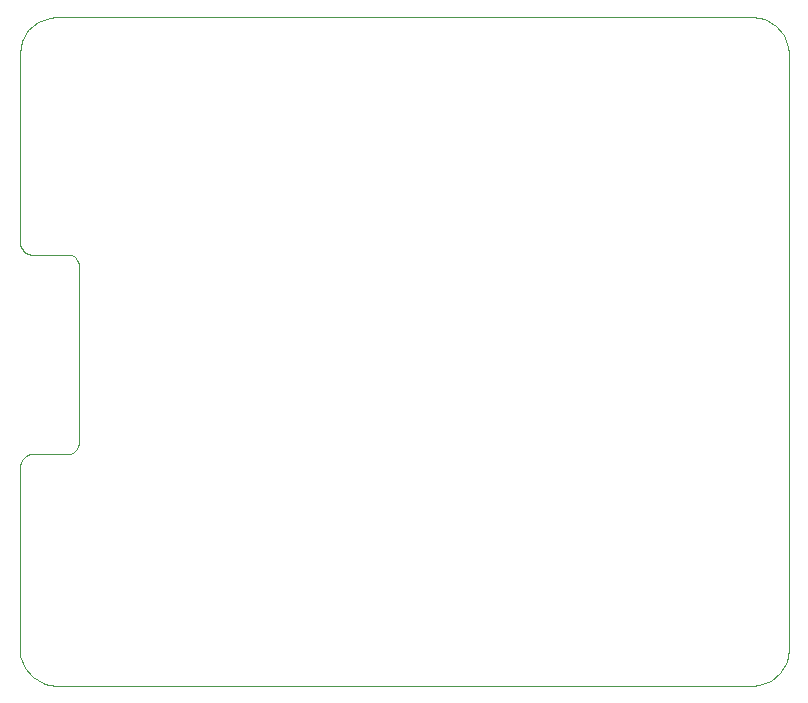
<source format=gbr>
G04 #@! TF.FileFunction,Profile,NP*
%FSLAX46Y46*%
G04 Gerber Fmt 4.6, Leading zero omitted, Abs format (unit mm)*
G04 Created by KiCad (PCBNEW 4.0.6) date 06/08/18 14:37:17*
%MOMM*%
%LPD*%
G01*
G04 APERTURE LIST*
%ADD10C,0.100000*%
G04 APERTURE END LIST*
D10*
X186441100Y-72243600D02*
X186445100Y-72244400D01*
X127441100Y-72243600D02*
X186441100Y-72243600D01*
X127439100Y-72244000D02*
X127441100Y-72243600D01*
X127437100Y-72243800D02*
X127439100Y-72244000D01*
X126916100Y-72289400D02*
X127437100Y-72243800D01*
X126909100Y-72291100D02*
X126916100Y-72289400D01*
X126903100Y-72292200D02*
X126909100Y-72291100D01*
X125924100Y-72648500D02*
X126903100Y-72292200D01*
X125909100Y-72657200D02*
X125924100Y-72648500D01*
X125909100Y-72657200D02*
X125909100Y-72657200D01*
X125111100Y-73326900D02*
X125909100Y-72657200D01*
X125111100Y-73326900D02*
X125111100Y-73326900D01*
X125100100Y-73340200D02*
X125111100Y-73326900D01*
X124578700Y-74242500D02*
X125100100Y-73340200D01*
X124578700Y-74242500D02*
X124578700Y-74242500D01*
X124575800Y-74250700D02*
X124578700Y-74242500D01*
X124572800Y-74258900D02*
X124575800Y-74250700D01*
X124572800Y-74258900D02*
X124572800Y-74258900D01*
X124391900Y-75284900D02*
X124572800Y-74258900D01*
X124391900Y-75289300D02*
X124391900Y-75284900D01*
X124391100Y-75293600D02*
X124391900Y-75289300D01*
X124391100Y-91293600D02*
X124391100Y-75293600D01*
X124391500Y-91295800D02*
X124391100Y-91293600D01*
X124391300Y-91298000D02*
X124391500Y-91295800D01*
X124406500Y-91471600D02*
X124391300Y-91298000D01*
X124408200Y-91477900D02*
X124406500Y-91471600D01*
X124409300Y-91484300D02*
X124408200Y-91477900D01*
X124528100Y-91810700D02*
X124409300Y-91484300D01*
X124536800Y-91825700D02*
X124528100Y-91810700D01*
X124536800Y-91825700D02*
X124536800Y-91825700D01*
X124760000Y-92091800D02*
X124536800Y-91825700D01*
X124773300Y-92102900D02*
X124760000Y-92091800D01*
X124773300Y-92102900D02*
X124773300Y-92102900D01*
X125074100Y-92276600D02*
X124773300Y-92102900D01*
X125074100Y-92276600D02*
X125074100Y-92276600D01*
X125081100Y-92279100D02*
X125074100Y-92276600D01*
X125090100Y-92282500D02*
X125081100Y-92279100D01*
X125090100Y-92282500D02*
X125090100Y-92282500D01*
X125432100Y-92342800D02*
X125090100Y-92282500D01*
X125437100Y-92342800D02*
X125432100Y-92342800D01*
X125441100Y-92343600D02*
X125437100Y-92342800D01*
X128437100Y-92343600D02*
X125441100Y-92343600D01*
X128766100Y-92401600D02*
X128437100Y-92343600D01*
X129051100Y-92566400D02*
X128766100Y-92401600D01*
X129263100Y-92819000D02*
X129051100Y-92566400D01*
X129377100Y-93130900D02*
X129263100Y-92819000D01*
X129391100Y-93295800D02*
X129377100Y-93130900D01*
X129391100Y-108289200D02*
X129391100Y-93295800D01*
X129333100Y-108618300D02*
X129391100Y-108289200D01*
X129168100Y-108903800D02*
X129333100Y-108618300D01*
X128916100Y-109115700D02*
X129168100Y-108903800D01*
X128604100Y-109229200D02*
X128916100Y-109115700D01*
X128439100Y-109243600D02*
X128604100Y-109229200D01*
X125441100Y-109243600D02*
X128439100Y-109243600D01*
X125439100Y-109244000D02*
X125441100Y-109243600D01*
X125437100Y-109243800D02*
X125439100Y-109244000D01*
X125263100Y-109259000D02*
X125437100Y-109243800D01*
X125257100Y-109260700D02*
X125263100Y-109259000D01*
X125250100Y-109261800D02*
X125257100Y-109260700D01*
X124924000Y-109380600D02*
X125250100Y-109261800D01*
X124909000Y-109389300D02*
X124924000Y-109380600D01*
X124909000Y-109389300D02*
X124909000Y-109389300D01*
X124642900Y-109612500D02*
X124909000Y-109389300D01*
X124642900Y-109612500D02*
X124642900Y-109612500D01*
X124631800Y-109625800D02*
X124642900Y-109612500D01*
X124458100Y-109926600D02*
X124631800Y-109625800D01*
X124458100Y-109926600D02*
X124458100Y-109926600D01*
X124455600Y-109933500D02*
X124458100Y-109926600D01*
X124452200Y-109942900D02*
X124455600Y-109933500D01*
X124452200Y-109942900D02*
X124452200Y-109942900D01*
X124391900Y-110284900D02*
X124452200Y-109942900D01*
X124391900Y-110289300D02*
X124391900Y-110284900D01*
X124391100Y-110293600D02*
X124391900Y-110289300D01*
X124391100Y-125793600D02*
X124391100Y-110293600D01*
X124391500Y-125795600D02*
X124391100Y-125793600D01*
X124391300Y-125797600D02*
X124391500Y-125795600D01*
X124436900Y-126318600D02*
X124391300Y-125797600D01*
X124438600Y-126325600D02*
X124436900Y-126318600D01*
X124439700Y-126331600D02*
X124438600Y-126325600D01*
X124796000Y-127310600D02*
X124439700Y-126331600D01*
X124796000Y-127310600D02*
X124796000Y-127310600D01*
X124801500Y-127320600D02*
X124796000Y-127310600D01*
X124804700Y-127325600D02*
X124801500Y-127320600D01*
X124804700Y-127325600D02*
X124804700Y-127325600D01*
X125474100Y-128123600D02*
X124804700Y-127325600D01*
X125488100Y-128134600D02*
X125474100Y-128123600D01*
X125488100Y-128134600D02*
X125488100Y-128134600D01*
X126390100Y-128655600D02*
X125488100Y-128134600D01*
X126390100Y-128655600D02*
X126390100Y-128655600D01*
X126398100Y-128658600D02*
X126390100Y-128655600D01*
X126406100Y-128661600D02*
X126398100Y-128658600D01*
X126406100Y-128661600D02*
X126406100Y-128661600D01*
X127432100Y-128842600D02*
X126406100Y-128661600D01*
X127437100Y-128842600D02*
X127432100Y-128842600D01*
X127441100Y-128843600D02*
X127437100Y-128842600D01*
X186441100Y-128843600D02*
X127441100Y-128843600D01*
X186443100Y-128843600D02*
X186441100Y-128843600D01*
X186445100Y-128843600D02*
X186443100Y-128843600D01*
X186966100Y-128797600D02*
X186445100Y-128843600D01*
X186973100Y-128796600D02*
X186966100Y-128797600D01*
X186979100Y-128794600D02*
X186973100Y-128796600D01*
X187958100Y-128438600D02*
X186979100Y-128794600D01*
X187958100Y-128438600D02*
X187958100Y-128438600D01*
X187968100Y-128433600D02*
X187958100Y-128438600D01*
X187973100Y-128429600D02*
X187968100Y-128433600D01*
X187973100Y-128429600D02*
X187973100Y-128429600D01*
X188771100Y-127760600D02*
X187973100Y-128429600D01*
X188782100Y-127746600D02*
X188771100Y-127760600D01*
X188782100Y-127746600D02*
X188782100Y-127746600D01*
X189303100Y-126844600D02*
X188782100Y-127746600D01*
X189303100Y-126844600D02*
X189303100Y-126844600D01*
X189306100Y-126836600D02*
X189303100Y-126844600D01*
X189309100Y-126828600D02*
X189306100Y-126836600D01*
X189309100Y-126828600D02*
X189309100Y-126828600D01*
X189490100Y-125802600D02*
X189309100Y-126828600D01*
X189490100Y-125797600D02*
X189490100Y-125802600D01*
X189491100Y-125793600D02*
X189490100Y-125797600D01*
X189491100Y-75293600D02*
X189491100Y-125793600D01*
X189491100Y-75291400D02*
X189491100Y-75293600D01*
X189491100Y-75289200D02*
X189491100Y-75291400D01*
X189445100Y-74768300D02*
X189491100Y-75289200D01*
X189444100Y-74762000D02*
X189445100Y-74768300D01*
X189442100Y-74755600D02*
X189444100Y-74762000D01*
X189086100Y-73776500D02*
X189442100Y-74755600D01*
X189077100Y-73761500D02*
X189086100Y-73776500D01*
X189077100Y-73761500D02*
X189077100Y-73761500D01*
X188408100Y-72963300D02*
X189077100Y-73761500D01*
X188408100Y-72963300D02*
X188408100Y-72963300D01*
X188394100Y-72952200D02*
X188408100Y-72963300D01*
X187492100Y-72431200D02*
X188394100Y-72952200D01*
X187492100Y-72431200D02*
X187492100Y-72431200D01*
X187484100Y-72428300D02*
X187492100Y-72431200D01*
X187476100Y-72425300D02*
X187484100Y-72428300D01*
X187476100Y-72425300D02*
X187476100Y-72425300D01*
X186450100Y-72244400D02*
X187476100Y-72425300D01*
X186445100Y-72244400D02*
X186450100Y-72244400D01*
M02*

</source>
